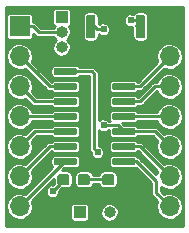
<source format=gtl>
G04 #@! TF.GenerationSoftware,KiCad,Pcbnew,(5.1.0-1419-g57928c41b)*
G04 #@! TF.CreationDate,2019-08-03T20:03:29-07:00*
G04 #@! TF.ProjectId,attiny1614,61747469-6e79-4313-9631-342e6b696361,1.2*
G04 #@! TF.SameCoordinates,Original*
G04 #@! TF.FileFunction,Copper,L1,Top*
G04 #@! TF.FilePolarity,Positive*
%FSLAX46Y46*%
G04 Gerber Fmt 4.6, Leading zero omitted, Abs format (unit mm)*
G04 Created by KiCad (PCBNEW (5.1.0-1419-g57928c41b)) date 2019-08-03 20:03:29*
%MOMM*%
%LPD*%
G04 APERTURE LIST*
%ADD10C,0.100000*%
%ADD11C,0.600000*%
%ADD12C,0.950000*%
%ADD13O,1.700000X1.700000*%
%ADD14R,1.700000X1.700000*%
%ADD15O,1.000000X1.000000*%
%ADD16R,1.000000X1.000000*%
%ADD17C,0.800000*%
%ADD18C,0.609600*%
%ADD19C,0.254000*%
G04 APERTURE END LIST*
D10*
G36*
X133913403Y-85817418D02*
G01*
X133962066Y-85849934D01*
X133994582Y-85898597D01*
X134006000Y-85956000D01*
X134006000Y-86256000D01*
X133994582Y-86313403D01*
X133962066Y-86362066D01*
X133913403Y-86394582D01*
X133856000Y-86406000D01*
X132206000Y-86406000D01*
X132148597Y-86394582D01*
X132099934Y-86362066D01*
X132067418Y-86313403D01*
X132056000Y-86256000D01*
X132056000Y-85956000D01*
X132067418Y-85898597D01*
X132099934Y-85849934D01*
X132148597Y-85817418D01*
X132206000Y-85806000D01*
X133856000Y-85806000D01*
X133913403Y-85817418D01*
X133913403Y-85817418D01*
G37*
D11*
X133031000Y-86106000D03*
D10*
G36*
X133913403Y-87087418D02*
G01*
X133962066Y-87119934D01*
X133994582Y-87168597D01*
X134006000Y-87226000D01*
X134006000Y-87526000D01*
X133994582Y-87583403D01*
X133962066Y-87632066D01*
X133913403Y-87664582D01*
X133856000Y-87676000D01*
X132206000Y-87676000D01*
X132148597Y-87664582D01*
X132099934Y-87632066D01*
X132067418Y-87583403D01*
X132056000Y-87526000D01*
X132056000Y-87226000D01*
X132067418Y-87168597D01*
X132099934Y-87119934D01*
X132148597Y-87087418D01*
X132206000Y-87076000D01*
X133856000Y-87076000D01*
X133913403Y-87087418D01*
X133913403Y-87087418D01*
G37*
D11*
X133031000Y-87376000D03*
D10*
G36*
X133913403Y-88357418D02*
G01*
X133962066Y-88389934D01*
X133994582Y-88438597D01*
X134006000Y-88496000D01*
X134006000Y-88796000D01*
X133994582Y-88853403D01*
X133962066Y-88902066D01*
X133913403Y-88934582D01*
X133856000Y-88946000D01*
X132206000Y-88946000D01*
X132148597Y-88934582D01*
X132099934Y-88902066D01*
X132067418Y-88853403D01*
X132056000Y-88796000D01*
X132056000Y-88496000D01*
X132067418Y-88438597D01*
X132099934Y-88389934D01*
X132148597Y-88357418D01*
X132206000Y-88346000D01*
X133856000Y-88346000D01*
X133913403Y-88357418D01*
X133913403Y-88357418D01*
G37*
D11*
X133031000Y-88646000D03*
D10*
G36*
X133913403Y-89627418D02*
G01*
X133962066Y-89659934D01*
X133994582Y-89708597D01*
X134006000Y-89766000D01*
X134006000Y-90066000D01*
X133994582Y-90123403D01*
X133962066Y-90172066D01*
X133913403Y-90204582D01*
X133856000Y-90216000D01*
X132206000Y-90216000D01*
X132148597Y-90204582D01*
X132099934Y-90172066D01*
X132067418Y-90123403D01*
X132056000Y-90066000D01*
X132056000Y-89766000D01*
X132067418Y-89708597D01*
X132099934Y-89659934D01*
X132148597Y-89627418D01*
X132206000Y-89616000D01*
X133856000Y-89616000D01*
X133913403Y-89627418D01*
X133913403Y-89627418D01*
G37*
D11*
X133031000Y-89916000D03*
D10*
G36*
X133913403Y-90897418D02*
G01*
X133962066Y-90929934D01*
X133994582Y-90978597D01*
X134006000Y-91036000D01*
X134006000Y-91336000D01*
X133994582Y-91393403D01*
X133962066Y-91442066D01*
X133913403Y-91474582D01*
X133856000Y-91486000D01*
X132206000Y-91486000D01*
X132148597Y-91474582D01*
X132099934Y-91442066D01*
X132067418Y-91393403D01*
X132056000Y-91336000D01*
X132056000Y-91036000D01*
X132067418Y-90978597D01*
X132099934Y-90929934D01*
X132148597Y-90897418D01*
X132206000Y-90886000D01*
X133856000Y-90886000D01*
X133913403Y-90897418D01*
X133913403Y-90897418D01*
G37*
D11*
X133031000Y-91186000D03*
D10*
G36*
X133913403Y-92167418D02*
G01*
X133962066Y-92199934D01*
X133994582Y-92248597D01*
X134006000Y-92306000D01*
X134006000Y-92606000D01*
X133994582Y-92663403D01*
X133962066Y-92712066D01*
X133913403Y-92744582D01*
X133856000Y-92756000D01*
X132206000Y-92756000D01*
X132148597Y-92744582D01*
X132099934Y-92712066D01*
X132067418Y-92663403D01*
X132056000Y-92606000D01*
X132056000Y-92306000D01*
X132067418Y-92248597D01*
X132099934Y-92199934D01*
X132148597Y-92167418D01*
X132206000Y-92156000D01*
X133856000Y-92156000D01*
X133913403Y-92167418D01*
X133913403Y-92167418D01*
G37*
D11*
X133031000Y-92456000D03*
D10*
G36*
X133913403Y-93437418D02*
G01*
X133962066Y-93469934D01*
X133994582Y-93518597D01*
X134006000Y-93576000D01*
X134006000Y-93876000D01*
X133994582Y-93933403D01*
X133962066Y-93982066D01*
X133913403Y-94014582D01*
X133856000Y-94026000D01*
X132206000Y-94026000D01*
X132148597Y-94014582D01*
X132099934Y-93982066D01*
X132067418Y-93933403D01*
X132056000Y-93876000D01*
X132056000Y-93576000D01*
X132067418Y-93518597D01*
X132099934Y-93469934D01*
X132148597Y-93437418D01*
X132206000Y-93426000D01*
X133856000Y-93426000D01*
X133913403Y-93437418D01*
X133913403Y-93437418D01*
G37*
D11*
X133031000Y-93726000D03*
D10*
G36*
X128963403Y-93437418D02*
G01*
X129012066Y-93469934D01*
X129044582Y-93518597D01*
X129056000Y-93576000D01*
X129056000Y-93876000D01*
X129044582Y-93933403D01*
X129012066Y-93982066D01*
X128963403Y-94014582D01*
X128906000Y-94026000D01*
X127256000Y-94026000D01*
X127198597Y-94014582D01*
X127149934Y-93982066D01*
X127117418Y-93933403D01*
X127106000Y-93876000D01*
X127106000Y-93576000D01*
X127117418Y-93518597D01*
X127149934Y-93469934D01*
X127198597Y-93437418D01*
X127256000Y-93426000D01*
X128906000Y-93426000D01*
X128963403Y-93437418D01*
X128963403Y-93437418D01*
G37*
D11*
X128081000Y-93726000D03*
D10*
G36*
X128963403Y-92167418D02*
G01*
X129012066Y-92199934D01*
X129044582Y-92248597D01*
X129056000Y-92306000D01*
X129056000Y-92606000D01*
X129044582Y-92663403D01*
X129012066Y-92712066D01*
X128963403Y-92744582D01*
X128906000Y-92756000D01*
X127256000Y-92756000D01*
X127198597Y-92744582D01*
X127149934Y-92712066D01*
X127117418Y-92663403D01*
X127106000Y-92606000D01*
X127106000Y-92306000D01*
X127117418Y-92248597D01*
X127149934Y-92199934D01*
X127198597Y-92167418D01*
X127256000Y-92156000D01*
X128906000Y-92156000D01*
X128963403Y-92167418D01*
X128963403Y-92167418D01*
G37*
D11*
X128081000Y-92456000D03*
D10*
G36*
X128963403Y-90897418D02*
G01*
X129012066Y-90929934D01*
X129044582Y-90978597D01*
X129056000Y-91036000D01*
X129056000Y-91336000D01*
X129044582Y-91393403D01*
X129012066Y-91442066D01*
X128963403Y-91474582D01*
X128906000Y-91486000D01*
X127256000Y-91486000D01*
X127198597Y-91474582D01*
X127149934Y-91442066D01*
X127117418Y-91393403D01*
X127106000Y-91336000D01*
X127106000Y-91036000D01*
X127117418Y-90978597D01*
X127149934Y-90929934D01*
X127198597Y-90897418D01*
X127256000Y-90886000D01*
X128906000Y-90886000D01*
X128963403Y-90897418D01*
X128963403Y-90897418D01*
G37*
D11*
X128081000Y-91186000D03*
D10*
G36*
X128963403Y-89627418D02*
G01*
X129012066Y-89659934D01*
X129044582Y-89708597D01*
X129056000Y-89766000D01*
X129056000Y-90066000D01*
X129044582Y-90123403D01*
X129012066Y-90172066D01*
X128963403Y-90204582D01*
X128906000Y-90216000D01*
X127256000Y-90216000D01*
X127198597Y-90204582D01*
X127149934Y-90172066D01*
X127117418Y-90123403D01*
X127106000Y-90066000D01*
X127106000Y-89766000D01*
X127117418Y-89708597D01*
X127149934Y-89659934D01*
X127198597Y-89627418D01*
X127256000Y-89616000D01*
X128906000Y-89616000D01*
X128963403Y-89627418D01*
X128963403Y-89627418D01*
G37*
D11*
X128081000Y-89916000D03*
D10*
G36*
X128963403Y-88357418D02*
G01*
X129012066Y-88389934D01*
X129044582Y-88438597D01*
X129056000Y-88496000D01*
X129056000Y-88796000D01*
X129044582Y-88853403D01*
X129012066Y-88902066D01*
X128963403Y-88934582D01*
X128906000Y-88946000D01*
X127256000Y-88946000D01*
X127198597Y-88934582D01*
X127149934Y-88902066D01*
X127117418Y-88853403D01*
X127106000Y-88796000D01*
X127106000Y-88496000D01*
X127117418Y-88438597D01*
X127149934Y-88389934D01*
X127198597Y-88357418D01*
X127256000Y-88346000D01*
X128906000Y-88346000D01*
X128963403Y-88357418D01*
X128963403Y-88357418D01*
G37*
D11*
X128081000Y-88646000D03*
D10*
G36*
X128963403Y-87087418D02*
G01*
X129012066Y-87119934D01*
X129044582Y-87168597D01*
X129056000Y-87226000D01*
X129056000Y-87526000D01*
X129044582Y-87583403D01*
X129012066Y-87632066D01*
X128963403Y-87664582D01*
X128906000Y-87676000D01*
X127256000Y-87676000D01*
X127198597Y-87664582D01*
X127149934Y-87632066D01*
X127117418Y-87583403D01*
X127106000Y-87526000D01*
X127106000Y-87226000D01*
X127117418Y-87168597D01*
X127149934Y-87119934D01*
X127198597Y-87087418D01*
X127256000Y-87076000D01*
X128906000Y-87076000D01*
X128963403Y-87087418D01*
X128963403Y-87087418D01*
G37*
D11*
X128081000Y-87376000D03*
D10*
G36*
X128963403Y-85817418D02*
G01*
X129012066Y-85849934D01*
X129044582Y-85898597D01*
X129056000Y-85956000D01*
X129056000Y-86256000D01*
X129044582Y-86313403D01*
X129012066Y-86362066D01*
X128963403Y-86394582D01*
X128906000Y-86406000D01*
X127256000Y-86406000D01*
X127198597Y-86394582D01*
X127149934Y-86362066D01*
X127117418Y-86313403D01*
X127106000Y-86256000D01*
X127106000Y-85956000D01*
X127117418Y-85898597D01*
X127149934Y-85849934D01*
X127198597Y-85817418D01*
X127256000Y-85806000D01*
X128906000Y-85806000D01*
X128963403Y-85817418D01*
X128963403Y-85817418D01*
G37*
D11*
X128081000Y-86106000D03*
D10*
G36*
X128281387Y-94793079D02*
G01*
X128358438Y-94844562D01*
X128409921Y-94921613D01*
X128428000Y-95012500D01*
X128428000Y-95487500D01*
X128409921Y-95578387D01*
X128358438Y-95655438D01*
X128281387Y-95706921D01*
X128190500Y-95725000D01*
X127615500Y-95725000D01*
X127524613Y-95706921D01*
X127447562Y-95655438D01*
X127396079Y-95578387D01*
X127378000Y-95487500D01*
X127378000Y-95012500D01*
X127396079Y-94921613D01*
X127447562Y-94844562D01*
X127524613Y-94793079D01*
X127615500Y-94775000D01*
X128190500Y-94775000D01*
X128281387Y-94793079D01*
X128281387Y-94793079D01*
G37*
D12*
X127903000Y-95250000D03*
D10*
G36*
X130031387Y-94793079D02*
G01*
X130108438Y-94844562D01*
X130159921Y-94921613D01*
X130178000Y-95012500D01*
X130178000Y-95487500D01*
X130159921Y-95578387D01*
X130108438Y-95655438D01*
X130031387Y-95706921D01*
X129940500Y-95725000D01*
X129365500Y-95725000D01*
X129274613Y-95706921D01*
X129197562Y-95655438D01*
X129146079Y-95578387D01*
X129128000Y-95487500D01*
X129128000Y-95012500D01*
X129146079Y-94921613D01*
X129197562Y-94844562D01*
X129274613Y-94793079D01*
X129365500Y-94775000D01*
X129940500Y-94775000D01*
X130031387Y-94793079D01*
X130031387Y-94793079D01*
G37*
D12*
X129653000Y-95250000D03*
D13*
X136906000Y-97536000D03*
X136906000Y-94996000D03*
X136906000Y-92456000D03*
X136906000Y-89916000D03*
X136906000Y-87376000D03*
X136906000Y-84836000D03*
D14*
X136906000Y-82296000D03*
D15*
X131826000Y-98044000D03*
X130556000Y-98044000D03*
D16*
X129286000Y-98044000D03*
D10*
G36*
X130510537Y-81311224D02*
G01*
X130575421Y-81354579D01*
X130618776Y-81419463D01*
X130634000Y-81496000D01*
X130634000Y-83096000D01*
X130618776Y-83172537D01*
X130575421Y-83237421D01*
X130510537Y-83280776D01*
X130434000Y-83296000D01*
X130034000Y-83296000D01*
X129957463Y-83280776D01*
X129892579Y-83237421D01*
X129849224Y-83172537D01*
X129834000Y-83096000D01*
X129834000Y-81496000D01*
X129849224Y-81419463D01*
X129892579Y-81354579D01*
X129957463Y-81311224D01*
X130034000Y-81296000D01*
X130434000Y-81296000D01*
X130510537Y-81311224D01*
X130510537Y-81311224D01*
G37*
D17*
X130234000Y-82296000D03*
D10*
G36*
X134710537Y-81311224D02*
G01*
X134775421Y-81354579D01*
X134818776Y-81419463D01*
X134834000Y-81496000D01*
X134834000Y-83096000D01*
X134818776Y-83172537D01*
X134775421Y-83237421D01*
X134710537Y-83280776D01*
X134634000Y-83296000D01*
X134234000Y-83296000D01*
X134157463Y-83280776D01*
X134092579Y-83237421D01*
X134049224Y-83172537D01*
X134034000Y-83096000D01*
X134034000Y-81496000D01*
X134049224Y-81419463D01*
X134092579Y-81354579D01*
X134157463Y-81311224D01*
X134234000Y-81296000D01*
X134634000Y-81296000D01*
X134710537Y-81311224D01*
X134710537Y-81311224D01*
G37*
D17*
X134434000Y-82296000D03*
D10*
G36*
X133841387Y-94793079D02*
G01*
X133918438Y-94844562D01*
X133969921Y-94921613D01*
X133988000Y-95012500D01*
X133988000Y-95487500D01*
X133969921Y-95578387D01*
X133918438Y-95655438D01*
X133841387Y-95706921D01*
X133750500Y-95725000D01*
X133175500Y-95725000D01*
X133084613Y-95706921D01*
X133007562Y-95655438D01*
X132956079Y-95578387D01*
X132938000Y-95487500D01*
X132938000Y-95012500D01*
X132956079Y-94921613D01*
X133007562Y-94844562D01*
X133084613Y-94793079D01*
X133175500Y-94775000D01*
X133750500Y-94775000D01*
X133841387Y-94793079D01*
X133841387Y-94793079D01*
G37*
D12*
X133463000Y-95250000D03*
D10*
G36*
X132091387Y-94793079D02*
G01*
X132168438Y-94844562D01*
X132219921Y-94921613D01*
X132238000Y-95012500D01*
X132238000Y-95487500D01*
X132219921Y-95578387D01*
X132168438Y-95655438D01*
X132091387Y-95706921D01*
X132000500Y-95725000D01*
X131425500Y-95725000D01*
X131334613Y-95706921D01*
X131257562Y-95655438D01*
X131206079Y-95578387D01*
X131188000Y-95487500D01*
X131188000Y-95012500D01*
X131206079Y-94921613D01*
X131257562Y-94844562D01*
X131334613Y-94793079D01*
X131425500Y-94775000D01*
X132000500Y-94775000D01*
X132091387Y-94793079D01*
X132091387Y-94793079D01*
G37*
D12*
X131713000Y-95250000D03*
D15*
X127762000Y-84074000D03*
X127762000Y-82804000D03*
D16*
X127762000Y-81534000D03*
D13*
X124206000Y-97536000D03*
X124206000Y-94996000D03*
X124206000Y-92456000D03*
X124206000Y-89916000D03*
X124206000Y-87376000D03*
X124206000Y-84836000D03*
D14*
X124206000Y-82296000D03*
D18*
X131318000Y-82550000D03*
X127000000Y-96266000D03*
X133604000Y-81788000D03*
X131318000Y-90678000D03*
X130810000Y-92964000D03*
D19*
X131318000Y-82550000D02*
X130742000Y-82550000D01*
X130742000Y-82550000D02*
X130234000Y-82042000D01*
X131713000Y-95250000D02*
X129399000Y-95250000D01*
X127649000Y-95617000D02*
X127000000Y-96266000D01*
X124206000Y-92456000D02*
X125476000Y-91186000D01*
X125476000Y-91186000D02*
X128086000Y-91186000D01*
X124206000Y-89916000D02*
X128086000Y-89916000D01*
X124206000Y-87376000D02*
X125476000Y-88646000D01*
X125476000Y-88646000D02*
X128086000Y-88646000D01*
X124206000Y-84836000D02*
X126746000Y-87376000D01*
X126746000Y-87376000D02*
X128086000Y-87376000D01*
X124206000Y-82296000D02*
X125310000Y-82296000D01*
X125310000Y-82296000D02*
X125818000Y-82804000D01*
X125818000Y-82804000D02*
X127762000Y-82804000D01*
X126746000Y-92456000D02*
X128081000Y-92456000D01*
X124206000Y-94996000D02*
X126746000Y-92456000D01*
X128016000Y-93726000D02*
X128081000Y-93726000D01*
X124206000Y-97536000D02*
X128016000Y-93726000D01*
X134106000Y-93726000D02*
X133031000Y-93726000D01*
X135776599Y-95396599D02*
X134106000Y-93726000D01*
X135776599Y-96406599D02*
X135776599Y-95396599D01*
X136906000Y-97536000D02*
X135776599Y-96406599D01*
X134366000Y-92456000D02*
X133031000Y-92456000D01*
X136906000Y-94996000D02*
X134366000Y-92456000D01*
X136906000Y-89916000D02*
X133031000Y-89916000D01*
X134106000Y-88646000D02*
X133031000Y-88646000D01*
X134433919Y-88646000D02*
X134106000Y-88646000D01*
X135703919Y-87376000D02*
X134433919Y-88646000D01*
X136906000Y-87376000D02*
X135703919Y-87376000D01*
X134366000Y-87376000D02*
X133031000Y-87376000D01*
X136906000Y-84836000D02*
X134366000Y-87376000D01*
X134434000Y-82042000D02*
X134180000Y-81788000D01*
X134180000Y-81788000D02*
X134035052Y-81788000D01*
X134035052Y-81788000D02*
X133604000Y-81788000D01*
X132523000Y-90678000D02*
X133031000Y-91186000D01*
X131318000Y-90678000D02*
X132523000Y-90678000D01*
X135636000Y-91186000D02*
X136906000Y-92456000D01*
X133031000Y-91186000D02*
X135636000Y-91186000D01*
X130302000Y-86106000D02*
X130505201Y-86309201D01*
X130505201Y-86309201D02*
X130505201Y-92659201D01*
X130505201Y-92659201D02*
X130810000Y-92964000D01*
X128086000Y-86106000D02*
X130302000Y-86106000D01*
G36*
X123062000Y-92511407D02*
G01*
X123073137Y-92511407D01*
X123107417Y-92738068D01*
X123186572Y-92953208D01*
X123307372Y-93148037D01*
X123464879Y-93314597D01*
X123652661Y-93446083D01*
X123866114Y-93538452D01*
X124162916Y-93584400D01*
X124263272Y-93584400D01*
X124434066Y-93567052D01*
X124652816Y-93498499D01*
X124853313Y-93387361D01*
X125027368Y-93238178D01*
X125167871Y-93057043D01*
X125269081Y-92851356D01*
X125326865Y-92629519D01*
X125338863Y-92400593D01*
X125304583Y-92173932D01*
X125239173Y-91996149D01*
X125643923Y-91591400D01*
X126916323Y-91591400D01*
X126950079Y-91641921D01*
X127091785Y-91736605D01*
X127246528Y-91767386D01*
X128915472Y-91767386D01*
X129070215Y-91736605D01*
X129211921Y-91641921D01*
X129306605Y-91500215D01*
X129337386Y-91345472D01*
X129337386Y-91026528D01*
X129306605Y-90871785D01*
X129211921Y-90730079D01*
X129070215Y-90635395D01*
X128915472Y-90604614D01*
X127246528Y-90604614D01*
X127091785Y-90635395D01*
X126950079Y-90730079D01*
X126916323Y-90780600D01*
X125545135Y-90780600D01*
X125523072Y-90772852D01*
X125453447Y-90780600D01*
X125430313Y-90780600D01*
X125408280Y-90785626D01*
X125339191Y-90793314D01*
X125318971Y-90805998D01*
X125295676Y-90811312D01*
X125240826Y-90855020D01*
X125221593Y-90867085D01*
X125205541Y-90883137D01*
X125151027Y-90926577D01*
X125140707Y-90947972D01*
X124664013Y-91424666D01*
X124545886Y-91373548D01*
X124249084Y-91327600D01*
X124148728Y-91327600D01*
X123977934Y-91344948D01*
X123759184Y-91413501D01*
X123558687Y-91524639D01*
X123384632Y-91673822D01*
X123244129Y-91854957D01*
X123142919Y-92060644D01*
X123085135Y-92282481D01*
X123073137Y-92511407D01*
X123062000Y-92511407D01*
X123062000Y-89971407D01*
X123073137Y-89971407D01*
X123107417Y-90198068D01*
X123186572Y-90413208D01*
X123307372Y-90608037D01*
X123464879Y-90774597D01*
X123652661Y-90906083D01*
X123866114Y-90998452D01*
X124162916Y-91044400D01*
X124263272Y-91044400D01*
X124434066Y-91027052D01*
X124652816Y-90958499D01*
X124853313Y-90847361D01*
X125027368Y-90698178D01*
X125167871Y-90517043D01*
X125264139Y-90321400D01*
X126916323Y-90321400D01*
X126950079Y-90371921D01*
X127091785Y-90466605D01*
X127246528Y-90497386D01*
X128915472Y-90497386D01*
X129070215Y-90466605D01*
X129211921Y-90371921D01*
X129306605Y-90230215D01*
X129337386Y-90075472D01*
X129337386Y-89756528D01*
X129306605Y-89601785D01*
X129211921Y-89460079D01*
X129070215Y-89365395D01*
X128915472Y-89334614D01*
X127246528Y-89334614D01*
X127091785Y-89365395D01*
X126950079Y-89460079D01*
X126916323Y-89510600D01*
X125259206Y-89510600D01*
X125225428Y-89418792D01*
X125104628Y-89223963D01*
X124947121Y-89057403D01*
X124759339Y-88925917D01*
X124545886Y-88833548D01*
X124249084Y-88787600D01*
X124148728Y-88787600D01*
X123977934Y-88804948D01*
X123759184Y-88873501D01*
X123558687Y-88984639D01*
X123384632Y-89133822D01*
X123244129Y-89314957D01*
X123142919Y-89520644D01*
X123085135Y-89742481D01*
X123073137Y-89971407D01*
X123062000Y-89971407D01*
X123062000Y-87431407D01*
X123073137Y-87431407D01*
X123107417Y-87658068D01*
X123186572Y-87873208D01*
X123307372Y-88068037D01*
X123464879Y-88234597D01*
X123652661Y-88366083D01*
X123866114Y-88458452D01*
X124162916Y-88504400D01*
X124263272Y-88504400D01*
X124434066Y-88487052D01*
X124652816Y-88418499D01*
X124667202Y-88410525D01*
X125140452Y-88883775D01*
X125150574Y-88904854D01*
X125205290Y-88948612D01*
X125221644Y-88964967D01*
X125240776Y-88976991D01*
X125295066Y-89020409D01*
X125318337Y-89025738D01*
X125338563Y-89038451D01*
X125408244Y-89046329D01*
X125430384Y-89051400D01*
X125453094Y-89051400D01*
X125522350Y-89059230D01*
X125544772Y-89051400D01*
X126916323Y-89051400D01*
X126950079Y-89101921D01*
X127091785Y-89196605D01*
X127246528Y-89227386D01*
X128915472Y-89227386D01*
X129070215Y-89196605D01*
X129211921Y-89101921D01*
X129306605Y-88960215D01*
X129337386Y-88805472D01*
X129337386Y-88486528D01*
X129306605Y-88331785D01*
X129211921Y-88190079D01*
X129070215Y-88095395D01*
X128915472Y-88064614D01*
X127246528Y-88064614D01*
X127091785Y-88095395D01*
X126950079Y-88190079D01*
X126916323Y-88240600D01*
X125643921Y-88240600D01*
X125237948Y-87834627D01*
X125269081Y-87771356D01*
X125326865Y-87549519D01*
X125338863Y-87320593D01*
X125304583Y-87093932D01*
X125225428Y-86878792D01*
X125104628Y-86683963D01*
X124947121Y-86517403D01*
X124759339Y-86385917D01*
X124545886Y-86293548D01*
X124249084Y-86247600D01*
X124148728Y-86247600D01*
X123977934Y-86264948D01*
X123759184Y-86333501D01*
X123558687Y-86444639D01*
X123384632Y-86593822D01*
X123244129Y-86774957D01*
X123142919Y-86980644D01*
X123085135Y-87202481D01*
X123073137Y-87431407D01*
X123062000Y-87431407D01*
X123062000Y-84891407D01*
X123073137Y-84891407D01*
X123107417Y-85118068D01*
X123186572Y-85333208D01*
X123307372Y-85528037D01*
X123464879Y-85694597D01*
X123652661Y-85826083D01*
X123866114Y-85918452D01*
X124162916Y-85964400D01*
X124263272Y-85964400D01*
X124434066Y-85947052D01*
X124652817Y-85878499D01*
X124667203Y-85870524D01*
X126410452Y-87613775D01*
X126420574Y-87634854D01*
X126475290Y-87678612D01*
X126491644Y-87694967D01*
X126510776Y-87706991D01*
X126565066Y-87750409D01*
X126588336Y-87755738D01*
X126608564Y-87768452D01*
X126678238Y-87776328D01*
X126700383Y-87781400D01*
X126723100Y-87781400D01*
X126792349Y-87789229D01*
X126814770Y-87781400D01*
X126916323Y-87781400D01*
X126950079Y-87831921D01*
X127091785Y-87926605D01*
X127246528Y-87957386D01*
X128915472Y-87957386D01*
X129070215Y-87926605D01*
X129211921Y-87831921D01*
X129306605Y-87690215D01*
X129337386Y-87535472D01*
X129337386Y-87216528D01*
X129306605Y-87061785D01*
X129211921Y-86920079D01*
X129070215Y-86825395D01*
X128915472Y-86794614D01*
X127246528Y-86794614D01*
X127091785Y-86825395D01*
X126950079Y-86920079D01*
X126916323Y-86970600D01*
X126913921Y-86970600D01*
X125889849Y-85946528D01*
X126824614Y-85946528D01*
X126824614Y-86265472D01*
X126855395Y-86420215D01*
X126950079Y-86561921D01*
X127091785Y-86656605D01*
X127246528Y-86687386D01*
X128915472Y-86687386D01*
X129070215Y-86656605D01*
X129211921Y-86561921D01*
X129245677Y-86511400D01*
X130099801Y-86511400D01*
X130099802Y-92590063D01*
X130092053Y-92612128D01*
X130099802Y-92681762D01*
X130099802Y-92704887D01*
X130104826Y-92726909D01*
X130112515Y-92796009D01*
X130125202Y-92816233D01*
X130130515Y-92839525D01*
X130174221Y-92894375D01*
X130186287Y-92913607D01*
X130202338Y-92929658D01*
X130218191Y-92949553D01*
X130216759Y-92956752D01*
X130253924Y-93170802D01*
X130365655Y-93357123D01*
X130536970Y-93490728D01*
X130744896Y-93553703D01*
X130961553Y-93537603D01*
X131157886Y-93444586D01*
X131307572Y-93287126D01*
X131390818Y-93085653D01*
X131393617Y-92856573D01*
X131315317Y-92653126D01*
X131169525Y-92492057D01*
X130975521Y-92394271D01*
X130910601Y-92387849D01*
X130910601Y-92296528D01*
X130910601Y-91099936D01*
X131044970Y-91204728D01*
X131252896Y-91267703D01*
X131469553Y-91251603D01*
X131665886Y-91158586D01*
X131737360Y-91083400D01*
X131774614Y-91083400D01*
X131774614Y-91345472D01*
X131805395Y-91500215D01*
X131900079Y-91641921D01*
X132041785Y-91736605D01*
X132196528Y-91767386D01*
X133865472Y-91767386D01*
X134020215Y-91736605D01*
X134161921Y-91641921D01*
X134195677Y-91591400D01*
X135468079Y-91591400D01*
X135874052Y-91997373D01*
X135842919Y-92060644D01*
X135785135Y-92282481D01*
X135773137Y-92511407D01*
X135807417Y-92738068D01*
X135886572Y-92953208D01*
X136007372Y-93148037D01*
X136164879Y-93314597D01*
X136352661Y-93446083D01*
X136566114Y-93538452D01*
X136862916Y-93584400D01*
X136963272Y-93584400D01*
X137134066Y-93567052D01*
X137352816Y-93498499D01*
X137553313Y-93387361D01*
X137727368Y-93238178D01*
X137867871Y-93057043D01*
X137969081Y-92851356D01*
X138026865Y-92629519D01*
X138038863Y-92400593D01*
X138004583Y-92173932D01*
X137925428Y-91958792D01*
X137804628Y-91763963D01*
X137647121Y-91597403D01*
X137459339Y-91465917D01*
X137245886Y-91373548D01*
X136949084Y-91327600D01*
X136848728Y-91327600D01*
X136677934Y-91344948D01*
X136459183Y-91413501D01*
X136444796Y-91421476D01*
X135971550Y-90948230D01*
X135961426Y-90927146D01*
X135906700Y-90883380D01*
X135890356Y-90867035D01*
X135871230Y-90855014D01*
X135816935Y-90811593D01*
X135793662Y-90806262D01*
X135773433Y-90793549D01*
X135703753Y-90785670D01*
X135681615Y-90780600D01*
X135658907Y-90780600D01*
X135589650Y-90772769D01*
X135567227Y-90780600D01*
X134195677Y-90780600D01*
X134161921Y-90730079D01*
X134020215Y-90635395D01*
X133865472Y-90604614D01*
X133022934Y-90604614D01*
X132915706Y-90497386D01*
X133865472Y-90497386D01*
X134020215Y-90466605D01*
X134161921Y-90371921D01*
X134195677Y-90321400D01*
X135852794Y-90321400D01*
X135886572Y-90413208D01*
X136007372Y-90608037D01*
X136164879Y-90774597D01*
X136352661Y-90906083D01*
X136566114Y-90998452D01*
X136862916Y-91044400D01*
X136963272Y-91044400D01*
X137134066Y-91027052D01*
X137352816Y-90958499D01*
X137553313Y-90847361D01*
X137727368Y-90698178D01*
X137867871Y-90517043D01*
X137969081Y-90311356D01*
X138026865Y-90089519D01*
X138038863Y-89860593D01*
X138004583Y-89633932D01*
X137925428Y-89418792D01*
X137804628Y-89223963D01*
X137647121Y-89057403D01*
X137459339Y-88925917D01*
X137245886Y-88833548D01*
X136949084Y-88787600D01*
X136848728Y-88787600D01*
X136677934Y-88804948D01*
X136459184Y-88873501D01*
X136258687Y-88984639D01*
X136084632Y-89133822D01*
X135944129Y-89314957D01*
X135847861Y-89510600D01*
X134195677Y-89510600D01*
X134161921Y-89460079D01*
X134020215Y-89365395D01*
X133865472Y-89334614D01*
X132196528Y-89334614D01*
X132041785Y-89365395D01*
X131900079Y-89460079D01*
X131805395Y-89601785D01*
X131774614Y-89756528D01*
X131774614Y-90075472D01*
X131805395Y-90230215D01*
X131833715Y-90272600D01*
X131737756Y-90272600D01*
X131677524Y-90206057D01*
X131483521Y-90108271D01*
X131267323Y-90086883D01*
X131057920Y-90144759D01*
X130910601Y-90253968D01*
X130910601Y-88486528D01*
X131774614Y-88486528D01*
X131774614Y-88805472D01*
X131805395Y-88960215D01*
X131900079Y-89101921D01*
X132041785Y-89196605D01*
X132196528Y-89227386D01*
X133865472Y-89227386D01*
X134020215Y-89196605D01*
X134161921Y-89101921D01*
X134195677Y-89051400D01*
X134364784Y-89051400D01*
X134386847Y-89059148D01*
X134456471Y-89051400D01*
X134479606Y-89051400D01*
X134501639Y-89046374D01*
X134570727Y-89038686D01*
X134590947Y-89026001D01*
X134614242Y-89020688D01*
X134669099Y-88976976D01*
X134688325Y-88964915D01*
X134704369Y-88948870D01*
X134758892Y-88905423D01*
X134769212Y-88884028D01*
X135857917Y-87795325D01*
X135886572Y-87873208D01*
X136007372Y-88068037D01*
X136164879Y-88234597D01*
X136352661Y-88366083D01*
X136566114Y-88458452D01*
X136862916Y-88504400D01*
X136963272Y-88504400D01*
X137134066Y-88487052D01*
X137352816Y-88418499D01*
X137553313Y-88307361D01*
X137727368Y-88158178D01*
X137867871Y-87977043D01*
X137969081Y-87771356D01*
X138026865Y-87549519D01*
X138038863Y-87320593D01*
X138004583Y-87093932D01*
X137925428Y-86878792D01*
X137804628Y-86683963D01*
X137647121Y-86517403D01*
X137459339Y-86385917D01*
X137245886Y-86293548D01*
X136949084Y-86247600D01*
X136848728Y-86247600D01*
X136677934Y-86264948D01*
X136459184Y-86333501D01*
X136258687Y-86444639D01*
X136084632Y-86593822D01*
X135944129Y-86774957D01*
X135847861Y-86970600D01*
X135773054Y-86970600D01*
X135750991Y-86962852D01*
X135681366Y-86970600D01*
X135658232Y-86970600D01*
X135636199Y-86975626D01*
X135567110Y-86983314D01*
X135546890Y-86995998D01*
X135523595Y-87001312D01*
X135468745Y-87045020D01*
X135449512Y-87057085D01*
X135433460Y-87073137D01*
X135378946Y-87116577D01*
X135368626Y-87137972D01*
X134265999Y-88240600D01*
X134195677Y-88240600D01*
X134161921Y-88190079D01*
X134020215Y-88095395D01*
X133865472Y-88064614D01*
X132196528Y-88064614D01*
X132041785Y-88095395D01*
X131900079Y-88190079D01*
X131805395Y-88331785D01*
X131774614Y-88486528D01*
X130910601Y-88486528D01*
X130910601Y-87216528D01*
X131774614Y-87216528D01*
X131774614Y-87535472D01*
X131805395Y-87690215D01*
X131900079Y-87831921D01*
X132041785Y-87926605D01*
X132196528Y-87957386D01*
X133865472Y-87957386D01*
X134020215Y-87926605D01*
X134161921Y-87831921D01*
X134195677Y-87781400D01*
X134296865Y-87781400D01*
X134318928Y-87789148D01*
X134388552Y-87781400D01*
X134411687Y-87781400D01*
X134433720Y-87776374D01*
X134502808Y-87768686D01*
X134523028Y-87756001D01*
X134546323Y-87750688D01*
X134601180Y-87706976D01*
X134620406Y-87694915D01*
X134636450Y-87678870D01*
X134690973Y-87635423D01*
X134701293Y-87614028D01*
X136447988Y-85867335D01*
X136566114Y-85918452D01*
X136862916Y-85964400D01*
X136963272Y-85964400D01*
X137134066Y-85947052D01*
X137352816Y-85878499D01*
X137553313Y-85767361D01*
X137727368Y-85618178D01*
X137867871Y-85437043D01*
X137969081Y-85231356D01*
X138026865Y-85009519D01*
X138038863Y-84780593D01*
X138004583Y-84553932D01*
X137925428Y-84338792D01*
X137804628Y-84143963D01*
X137647121Y-83977403D01*
X137459339Y-83845917D01*
X137245886Y-83753548D01*
X136949084Y-83707600D01*
X136848728Y-83707600D01*
X136677934Y-83724948D01*
X136459184Y-83793501D01*
X136258687Y-83904639D01*
X136084632Y-84053822D01*
X135944129Y-84234957D01*
X135842919Y-84440644D01*
X135785135Y-84662481D01*
X135773137Y-84891407D01*
X135807417Y-85118068D01*
X135872828Y-85295851D01*
X134198080Y-86970600D01*
X134195677Y-86970600D01*
X134161921Y-86920079D01*
X134020215Y-86825395D01*
X133865472Y-86794614D01*
X132196528Y-86794614D01*
X132041785Y-86825395D01*
X131900079Y-86920079D01*
X131805395Y-87061785D01*
X131774614Y-87216528D01*
X130910601Y-87216528D01*
X130910601Y-86378337D01*
X130918349Y-86356274D01*
X130910601Y-86286649D01*
X130910601Y-86263515D01*
X130905574Y-86241477D01*
X130897887Y-86172395D01*
X130885203Y-86152175D01*
X130879889Y-86128877D01*
X130836183Y-86074029D01*
X130824119Y-86054796D01*
X130808060Y-86038738D01*
X130764623Y-85984226D01*
X130743228Y-85973907D01*
X130637549Y-85868228D01*
X130627424Y-85847144D01*
X130572700Y-85803379D01*
X130556356Y-85787035D01*
X130537230Y-85775014D01*
X130482935Y-85731593D01*
X130459662Y-85726262D01*
X130439433Y-85713549D01*
X130369753Y-85705670D01*
X130347615Y-85700600D01*
X130324907Y-85700600D01*
X130255650Y-85692769D01*
X130233227Y-85700600D01*
X129245677Y-85700600D01*
X129211921Y-85650079D01*
X129070215Y-85555395D01*
X128915472Y-85524614D01*
X127246528Y-85524614D01*
X127091785Y-85555395D01*
X126950079Y-85650079D01*
X126855395Y-85791785D01*
X126824614Y-85946528D01*
X125889849Y-85946528D01*
X125237948Y-85294627D01*
X125269081Y-85231356D01*
X125326865Y-85009519D01*
X125338863Y-84780593D01*
X125304583Y-84553932D01*
X125225428Y-84338792D01*
X125104628Y-84143963D01*
X124947121Y-83977403D01*
X124759339Y-83845917D01*
X124545886Y-83753548D01*
X124249084Y-83707600D01*
X124148728Y-83707600D01*
X123977934Y-83724948D01*
X123759184Y-83793501D01*
X123558687Y-83904639D01*
X123384632Y-84053822D01*
X123244129Y-84234957D01*
X123142919Y-84440644D01*
X123085135Y-84662481D01*
X123073137Y-84891407D01*
X123062000Y-84891407D01*
X123062000Y-81433590D01*
X123074614Y-81433590D01*
X123074614Y-83158410D01*
X123093753Y-83254628D01*
X123155285Y-83346715D01*
X123247372Y-83408247D01*
X123343590Y-83427386D01*
X125068410Y-83427386D01*
X125164628Y-83408247D01*
X125256715Y-83346715D01*
X125318247Y-83254628D01*
X125337386Y-83158410D01*
X125337386Y-82896708D01*
X125482451Y-83041772D01*
X125492572Y-83062853D01*
X125547290Y-83106613D01*
X125563644Y-83122967D01*
X125582776Y-83134991D01*
X125637066Y-83178409D01*
X125660336Y-83183738D01*
X125680564Y-83196452D01*
X125750238Y-83204328D01*
X125772383Y-83209400D01*
X125795100Y-83209400D01*
X125864349Y-83217229D01*
X125886770Y-83209400D01*
X127097358Y-83209400D01*
X127157466Y-83304114D01*
X127300831Y-83438743D01*
X127307226Y-83442258D01*
X127224914Y-83502061D01*
X127099552Y-83653597D01*
X127015814Y-83831549D01*
X126978962Y-84024735D01*
X126991311Y-84221016D01*
X127052085Y-84408061D01*
X127157466Y-84574114D01*
X127300831Y-84708743D01*
X127476714Y-84805436D01*
X127722908Y-84852400D01*
X127810971Y-84852400D01*
X127957119Y-84833937D01*
X128139977Y-84761538D01*
X128299086Y-84645939D01*
X128424448Y-84494403D01*
X128508186Y-84316451D01*
X128545038Y-84123265D01*
X128532689Y-83926984D01*
X128471915Y-83739939D01*
X128366534Y-83573886D01*
X128223169Y-83439257D01*
X128216774Y-83435742D01*
X128299086Y-83375939D01*
X128424448Y-83224403D01*
X128508186Y-83046451D01*
X128545038Y-82853265D01*
X128532689Y-82656984D01*
X128471915Y-82469939D01*
X128366534Y-82303886D01*
X128360537Y-82298254D01*
X128370628Y-82296247D01*
X128462715Y-82234715D01*
X128524247Y-82142628D01*
X128543386Y-82046410D01*
X128543386Y-81487508D01*
X129552614Y-81487508D01*
X129552614Y-83104492D01*
X129587275Y-83278745D01*
X129693011Y-83436989D01*
X129851255Y-83542725D01*
X130025508Y-83577386D01*
X130442492Y-83577386D01*
X130616745Y-83542725D01*
X130774989Y-83436989D01*
X130880725Y-83278745D01*
X130915386Y-83104492D01*
X130915386Y-82975668D01*
X131044970Y-83076728D01*
X131252896Y-83139703D01*
X131469553Y-83123603D01*
X131665886Y-83030586D01*
X131815572Y-82873126D01*
X131898818Y-82671653D01*
X131901617Y-82442573D01*
X131823317Y-82239126D01*
X131677525Y-82078057D01*
X131483521Y-81980271D01*
X131267323Y-81958883D01*
X131057920Y-82016759D01*
X130915386Y-82122421D01*
X130915386Y-81780752D01*
X133010759Y-81780752D01*
X133047924Y-81994802D01*
X133159655Y-82181123D01*
X133330970Y-82314728D01*
X133538896Y-82377703D01*
X133752614Y-82361821D01*
X133752614Y-83104492D01*
X133787275Y-83278745D01*
X133893011Y-83436989D01*
X134051255Y-83542725D01*
X134225508Y-83577386D01*
X134642492Y-83577386D01*
X134816745Y-83542725D01*
X134974989Y-83436989D01*
X135080725Y-83278745D01*
X135115386Y-83104492D01*
X135115386Y-81487508D01*
X135080725Y-81313255D01*
X134974989Y-81155011D01*
X134816745Y-81049275D01*
X134642492Y-81014614D01*
X134225508Y-81014614D01*
X134051255Y-81049275D01*
X133893011Y-81155011D01*
X133830279Y-81248896D01*
X133769521Y-81218271D01*
X133553323Y-81196883D01*
X133343920Y-81254759D01*
X133169392Y-81384138D01*
X133053143Y-81567673D01*
X133010759Y-81780752D01*
X130915386Y-81780752D01*
X130915386Y-81487508D01*
X130880725Y-81313255D01*
X130774989Y-81155011D01*
X130616745Y-81049275D01*
X130442492Y-81014614D01*
X130025508Y-81014614D01*
X129851255Y-81049275D01*
X129693011Y-81155011D01*
X129587275Y-81313255D01*
X129552614Y-81487508D01*
X128543386Y-81487508D01*
X128543386Y-81021590D01*
X128524247Y-80925372D01*
X128462715Y-80833285D01*
X128370628Y-80771753D01*
X128274410Y-80752614D01*
X127249590Y-80752614D01*
X127153372Y-80771753D01*
X127061285Y-80833285D01*
X126999753Y-80925372D01*
X126980614Y-81021590D01*
X126980614Y-82046410D01*
X126999753Y-82142628D01*
X127061285Y-82234715D01*
X127153372Y-82296247D01*
X127169209Y-82299397D01*
X127099552Y-82383598D01*
X127092493Y-82398600D01*
X125985922Y-82398600D01*
X125645549Y-82058228D01*
X125635426Y-82037146D01*
X125580700Y-81993380D01*
X125564356Y-81977035D01*
X125545230Y-81965014D01*
X125490935Y-81921593D01*
X125467662Y-81916262D01*
X125447433Y-81903549D01*
X125377753Y-81895670D01*
X125355615Y-81890600D01*
X125337386Y-81890600D01*
X125337386Y-81433590D01*
X125318247Y-81337372D01*
X125256715Y-81245285D01*
X125164628Y-81183753D01*
X125068410Y-81164614D01*
X123343590Y-81164614D01*
X123247372Y-81183753D01*
X123155285Y-81245285D01*
X123093753Y-81337372D01*
X123074614Y-81433590D01*
X123062000Y-81433590D01*
X123062000Y-80644000D01*
X138050000Y-80644000D01*
X138050000Y-99188000D01*
X123062000Y-99188000D01*
X123062000Y-97591407D01*
X123073137Y-97591407D01*
X123107417Y-97818068D01*
X123186572Y-98033208D01*
X123307372Y-98228037D01*
X123464879Y-98394597D01*
X123652661Y-98526083D01*
X123866114Y-98618452D01*
X124162916Y-98664400D01*
X124263272Y-98664400D01*
X124434066Y-98647052D01*
X124652816Y-98578499D01*
X124853313Y-98467361D01*
X125027368Y-98318178D01*
X125167871Y-98137043D01*
X125269081Y-97931356D01*
X125326865Y-97709519D01*
X125336190Y-97531590D01*
X128504614Y-97531590D01*
X128504614Y-98556410D01*
X128523753Y-98652628D01*
X128585285Y-98744715D01*
X128677372Y-98806247D01*
X128773590Y-98825386D01*
X129798410Y-98825386D01*
X129894628Y-98806247D01*
X129986715Y-98744715D01*
X130048247Y-98652628D01*
X130067386Y-98556410D01*
X130067386Y-97994735D01*
X131042962Y-97994735D01*
X131055311Y-98191016D01*
X131116085Y-98378061D01*
X131221466Y-98544114D01*
X131364831Y-98678743D01*
X131540714Y-98775436D01*
X131786908Y-98822400D01*
X131874971Y-98822400D01*
X132021119Y-98803937D01*
X132203977Y-98731538D01*
X132363086Y-98615939D01*
X132488448Y-98464403D01*
X132572186Y-98286451D01*
X132609038Y-98093265D01*
X132596689Y-97896984D01*
X132535915Y-97709939D01*
X132430534Y-97543886D01*
X132287169Y-97409257D01*
X132111286Y-97312564D01*
X131865092Y-97265600D01*
X131777029Y-97265600D01*
X131630881Y-97284063D01*
X131448023Y-97356462D01*
X131288914Y-97472061D01*
X131163552Y-97623597D01*
X131079814Y-97801549D01*
X131042962Y-97994735D01*
X130067386Y-97994735D01*
X130067386Y-97531590D01*
X130048247Y-97435372D01*
X129986715Y-97343285D01*
X129894628Y-97281753D01*
X129798410Y-97262614D01*
X128773590Y-97262614D01*
X128677372Y-97281753D01*
X128585285Y-97343285D01*
X128523753Y-97435372D01*
X128504614Y-97531590D01*
X125336190Y-97531590D01*
X125338863Y-97480593D01*
X125304583Y-97253932D01*
X125239172Y-97076148D01*
X127096614Y-95218707D01*
X127096614Y-95495257D01*
X127113339Y-95579340D01*
X127011632Y-95681047D01*
X126949323Y-95674883D01*
X126739920Y-95732759D01*
X126565392Y-95862138D01*
X126449143Y-96045673D01*
X126406759Y-96258752D01*
X126443924Y-96472802D01*
X126555655Y-96659123D01*
X126726970Y-96792728D01*
X126934896Y-96855703D01*
X127151553Y-96839603D01*
X127347886Y-96746586D01*
X127497572Y-96589126D01*
X127580818Y-96387653D01*
X127582416Y-96256905D01*
X127832935Y-96006386D01*
X128198257Y-96006386D01*
X128387142Y-95968814D01*
X128557791Y-95854791D01*
X128671814Y-95684142D01*
X128709386Y-95495257D01*
X128709386Y-95004743D01*
X128846614Y-95004743D01*
X128846614Y-95495257D01*
X128884186Y-95684142D01*
X128998209Y-95854791D01*
X129168858Y-95968814D01*
X129357743Y-96006386D01*
X129948257Y-96006386D01*
X130137142Y-95968814D01*
X130307791Y-95854791D01*
X130421814Y-95684142D01*
X130427531Y-95655400D01*
X130938469Y-95655400D01*
X130944186Y-95684142D01*
X131058209Y-95854791D01*
X131228858Y-95968814D01*
X131417743Y-96006386D01*
X132008257Y-96006386D01*
X132197142Y-95968814D01*
X132367791Y-95854791D01*
X132481814Y-95684142D01*
X132519386Y-95495257D01*
X132519386Y-95004743D01*
X132481814Y-94815858D01*
X132367791Y-94645209D01*
X132197142Y-94531186D01*
X132008257Y-94493614D01*
X131417743Y-94493614D01*
X131228858Y-94531186D01*
X131058209Y-94645209D01*
X130944186Y-94815858D01*
X130938469Y-94844600D01*
X130427531Y-94844600D01*
X130421814Y-94815858D01*
X130307791Y-94645209D01*
X130137142Y-94531186D01*
X129948257Y-94493614D01*
X129357743Y-94493614D01*
X129168858Y-94531186D01*
X128998209Y-94645209D01*
X128884186Y-94815858D01*
X128846614Y-95004743D01*
X128709386Y-95004743D01*
X128671814Y-94815858D01*
X128557791Y-94645209D01*
X128387142Y-94531186D01*
X128198257Y-94493614D01*
X127821707Y-94493614D01*
X128007935Y-94307386D01*
X128915472Y-94307386D01*
X129070215Y-94276605D01*
X129211921Y-94181921D01*
X129306605Y-94040215D01*
X129337386Y-93885472D01*
X129337386Y-93566528D01*
X131774614Y-93566528D01*
X131774614Y-93885472D01*
X131805395Y-94040215D01*
X131900079Y-94181921D01*
X132041785Y-94276605D01*
X132196528Y-94307386D01*
X133865472Y-94307386D01*
X134020215Y-94276605D01*
X134058023Y-94251343D01*
X135371200Y-95564521D01*
X135371199Y-96337464D01*
X135363451Y-96359527D01*
X135371199Y-96429151D01*
X135371199Y-96452285D01*
X135376226Y-96474320D01*
X135383913Y-96543407D01*
X135396598Y-96563627D01*
X135401911Y-96586921D01*
X135445616Y-96641769D01*
X135457684Y-96661005D01*
X135473729Y-96677050D01*
X135517175Y-96731572D01*
X135538571Y-96741892D01*
X135874052Y-97077373D01*
X135842919Y-97140644D01*
X135785135Y-97362481D01*
X135773137Y-97591407D01*
X135807417Y-97818068D01*
X135886572Y-98033208D01*
X136007372Y-98228037D01*
X136164879Y-98394597D01*
X136352661Y-98526083D01*
X136566114Y-98618452D01*
X136862916Y-98664400D01*
X136963272Y-98664400D01*
X137134066Y-98647052D01*
X137352816Y-98578499D01*
X137553313Y-98467361D01*
X137727368Y-98318178D01*
X137867871Y-98137043D01*
X137969081Y-97931356D01*
X138026865Y-97709519D01*
X138038863Y-97480593D01*
X138004583Y-97253932D01*
X137925428Y-97038792D01*
X137804628Y-96843963D01*
X137647121Y-96677403D01*
X137459339Y-96545917D01*
X137245886Y-96453548D01*
X136949084Y-96407600D01*
X136848728Y-96407600D01*
X136677934Y-96424948D01*
X136459183Y-96493501D01*
X136444796Y-96501476D01*
X136181999Y-96238679D01*
X136181999Y-95866585D01*
X136352661Y-95986083D01*
X136566114Y-96078452D01*
X136862916Y-96124400D01*
X136963272Y-96124400D01*
X137134066Y-96107052D01*
X137352816Y-96038499D01*
X137553313Y-95927361D01*
X137727368Y-95778178D01*
X137867871Y-95597043D01*
X137969081Y-95391356D01*
X138026865Y-95169519D01*
X138038863Y-94940593D01*
X138004583Y-94713932D01*
X137925428Y-94498792D01*
X137804628Y-94303963D01*
X137647121Y-94137403D01*
X137459339Y-94005917D01*
X137245886Y-93913548D01*
X136949084Y-93867600D01*
X136848728Y-93867600D01*
X136677934Y-93884948D01*
X136459183Y-93953501D01*
X136444796Y-93961476D01*
X134701550Y-92218230D01*
X134691426Y-92197146D01*
X134636700Y-92153380D01*
X134620356Y-92137035D01*
X134601230Y-92125014D01*
X134546935Y-92081593D01*
X134523662Y-92076262D01*
X134503433Y-92063549D01*
X134433753Y-92055670D01*
X134411615Y-92050600D01*
X134388907Y-92050600D01*
X134319650Y-92042769D01*
X134297227Y-92050600D01*
X134195677Y-92050600D01*
X134161921Y-92000079D01*
X134020215Y-91905395D01*
X133865472Y-91874614D01*
X132196528Y-91874614D01*
X132041785Y-91905395D01*
X131900079Y-92000079D01*
X131805395Y-92141785D01*
X131774614Y-92296528D01*
X131774614Y-92615472D01*
X131805395Y-92770215D01*
X131900079Y-92911921D01*
X132041785Y-93006605D01*
X132196528Y-93037386D01*
X133865472Y-93037386D01*
X134020215Y-93006605D01*
X134161921Y-92911921D01*
X134195677Y-92861400D01*
X134198080Y-92861400D01*
X135874052Y-94537373D01*
X135842919Y-94600644D01*
X135785135Y-94822481D01*
X135784670Y-94831348D01*
X134441549Y-93488228D01*
X134431426Y-93467146D01*
X134376700Y-93423380D01*
X134360356Y-93407035D01*
X134341230Y-93395014D01*
X134286935Y-93351593D01*
X134263662Y-93346262D01*
X134243433Y-93333549D01*
X134201134Y-93328766D01*
X134161921Y-93270079D01*
X134020215Y-93175395D01*
X133865472Y-93144614D01*
X132196528Y-93144614D01*
X132041785Y-93175395D01*
X131900079Y-93270079D01*
X131805395Y-93411785D01*
X131774614Y-93566528D01*
X129337386Y-93566528D01*
X129306605Y-93411785D01*
X129211921Y-93270079D01*
X129070215Y-93175395D01*
X128915472Y-93144614D01*
X127246528Y-93144614D01*
X127091785Y-93175395D01*
X126950079Y-93270079D01*
X126855395Y-93411785D01*
X126824614Y-93566528D01*
X126824614Y-93885472D01*
X126855395Y-94040215D01*
X126950079Y-94181921D01*
X126972067Y-94196612D01*
X124664013Y-96504666D01*
X124545886Y-96453548D01*
X124249084Y-96407600D01*
X124148728Y-96407600D01*
X123977934Y-96424948D01*
X123759184Y-96493501D01*
X123558687Y-96604639D01*
X123384632Y-96753822D01*
X123244129Y-96934957D01*
X123142919Y-97140644D01*
X123085135Y-97362481D01*
X123073137Y-97591407D01*
X123062000Y-97591407D01*
X123062000Y-95051407D01*
X123073137Y-95051407D01*
X123107417Y-95278068D01*
X123186572Y-95493208D01*
X123307372Y-95688037D01*
X123464879Y-95854597D01*
X123652661Y-95986083D01*
X123866114Y-96078452D01*
X124162916Y-96124400D01*
X124263272Y-96124400D01*
X124434066Y-96107052D01*
X124652816Y-96038499D01*
X124853313Y-95927361D01*
X125027368Y-95778178D01*
X125167871Y-95597043D01*
X125269081Y-95391356D01*
X125326865Y-95169519D01*
X125338863Y-94940593D01*
X125304583Y-94713932D01*
X125239172Y-94536149D01*
X126913922Y-92861400D01*
X126916323Y-92861400D01*
X126950079Y-92911921D01*
X127091785Y-93006605D01*
X127246528Y-93037386D01*
X128915472Y-93037386D01*
X129070215Y-93006605D01*
X129211921Y-92911921D01*
X129306605Y-92770215D01*
X129337386Y-92615472D01*
X129337386Y-92296528D01*
X129306605Y-92141785D01*
X129211921Y-92000079D01*
X129070215Y-91905395D01*
X128915472Y-91874614D01*
X127246528Y-91874614D01*
X127091785Y-91905395D01*
X126950079Y-92000079D01*
X126916323Y-92050600D01*
X126815135Y-92050600D01*
X126793072Y-92042852D01*
X126723447Y-92050600D01*
X126700313Y-92050600D01*
X126678280Y-92055626D01*
X126609191Y-92063314D01*
X126588971Y-92075998D01*
X126565676Y-92081312D01*
X126510826Y-92125020D01*
X126491593Y-92137085D01*
X126475541Y-92153137D01*
X126421027Y-92196577D01*
X126410707Y-92217972D01*
X124664013Y-93964666D01*
X124545886Y-93913548D01*
X124249084Y-93867600D01*
X124148728Y-93867600D01*
X123977934Y-93884948D01*
X123759184Y-93953501D01*
X123558687Y-94064639D01*
X123384632Y-94213822D01*
X123244129Y-94394957D01*
X123142919Y-94600644D01*
X123085135Y-94822481D01*
X123073137Y-95051407D01*
X123062000Y-95051407D01*
X123062000Y-92511407D01*
X123062000Y-92511407D01*
G37*
X123062000Y-92511407D02*
X123073137Y-92511407D01*
X123107417Y-92738068D01*
X123186572Y-92953208D01*
X123307372Y-93148037D01*
X123464879Y-93314597D01*
X123652661Y-93446083D01*
X123866114Y-93538452D01*
X124162916Y-93584400D01*
X124263272Y-93584400D01*
X124434066Y-93567052D01*
X124652816Y-93498499D01*
X124853313Y-93387361D01*
X125027368Y-93238178D01*
X125167871Y-93057043D01*
X125269081Y-92851356D01*
X125326865Y-92629519D01*
X125338863Y-92400593D01*
X125304583Y-92173932D01*
X125239173Y-91996149D01*
X125643923Y-91591400D01*
X126916323Y-91591400D01*
X126950079Y-91641921D01*
X127091785Y-91736605D01*
X127246528Y-91767386D01*
X128915472Y-91767386D01*
X129070215Y-91736605D01*
X129211921Y-91641921D01*
X129306605Y-91500215D01*
X129337386Y-91345472D01*
X129337386Y-91026528D01*
X129306605Y-90871785D01*
X129211921Y-90730079D01*
X129070215Y-90635395D01*
X128915472Y-90604614D01*
X127246528Y-90604614D01*
X127091785Y-90635395D01*
X126950079Y-90730079D01*
X126916323Y-90780600D01*
X125545135Y-90780600D01*
X125523072Y-90772852D01*
X125453447Y-90780600D01*
X125430313Y-90780600D01*
X125408280Y-90785626D01*
X125339191Y-90793314D01*
X125318971Y-90805998D01*
X125295676Y-90811312D01*
X125240826Y-90855020D01*
X125221593Y-90867085D01*
X125205541Y-90883137D01*
X125151027Y-90926577D01*
X125140707Y-90947972D01*
X124664013Y-91424666D01*
X124545886Y-91373548D01*
X124249084Y-91327600D01*
X124148728Y-91327600D01*
X123977934Y-91344948D01*
X123759184Y-91413501D01*
X123558687Y-91524639D01*
X123384632Y-91673822D01*
X123244129Y-91854957D01*
X123142919Y-92060644D01*
X123085135Y-92282481D01*
X123073137Y-92511407D01*
X123062000Y-92511407D01*
X123062000Y-89971407D01*
X123073137Y-89971407D01*
X123107417Y-90198068D01*
X123186572Y-90413208D01*
X123307372Y-90608037D01*
X123464879Y-90774597D01*
X123652661Y-90906083D01*
X123866114Y-90998452D01*
X124162916Y-91044400D01*
X124263272Y-91044400D01*
X124434066Y-91027052D01*
X124652816Y-90958499D01*
X124853313Y-90847361D01*
X125027368Y-90698178D01*
X125167871Y-90517043D01*
X125264139Y-90321400D01*
X126916323Y-90321400D01*
X126950079Y-90371921D01*
X127091785Y-90466605D01*
X127246528Y-90497386D01*
X128915472Y-90497386D01*
X129070215Y-90466605D01*
X129211921Y-90371921D01*
X129306605Y-90230215D01*
X129337386Y-90075472D01*
X129337386Y-89756528D01*
X129306605Y-89601785D01*
X129211921Y-89460079D01*
X129070215Y-89365395D01*
X128915472Y-89334614D01*
X127246528Y-89334614D01*
X127091785Y-89365395D01*
X126950079Y-89460079D01*
X126916323Y-89510600D01*
X125259206Y-89510600D01*
X125225428Y-89418792D01*
X125104628Y-89223963D01*
X124947121Y-89057403D01*
X124759339Y-88925917D01*
X124545886Y-88833548D01*
X124249084Y-88787600D01*
X124148728Y-88787600D01*
X123977934Y-88804948D01*
X123759184Y-88873501D01*
X123558687Y-88984639D01*
X123384632Y-89133822D01*
X123244129Y-89314957D01*
X123142919Y-89520644D01*
X123085135Y-89742481D01*
X123073137Y-89971407D01*
X123062000Y-89971407D01*
X123062000Y-87431407D01*
X123073137Y-87431407D01*
X123107417Y-87658068D01*
X123186572Y-87873208D01*
X123307372Y-88068037D01*
X123464879Y-88234597D01*
X123652661Y-88366083D01*
X123866114Y-88458452D01*
X124162916Y-88504400D01*
X124263272Y-88504400D01*
X124434066Y-88487052D01*
X124652816Y-88418499D01*
X124667202Y-88410525D01*
X125140452Y-88883775D01*
X125150574Y-88904854D01*
X125205290Y-88948612D01*
X125221644Y-88964967D01*
X125240776Y-88976991D01*
X125295066Y-89020409D01*
X125318337Y-89025738D01*
X125338563Y-89038451D01*
X125408244Y-89046329D01*
X125430384Y-89051400D01*
X125453094Y-89051400D01*
X125522350Y-89059230D01*
X125544772Y-89051400D01*
X126916323Y-89051400D01*
X126950079Y-89101921D01*
X127091785Y-89196605D01*
X127246528Y-89227386D01*
X128915472Y-89227386D01*
X129070215Y-89196605D01*
X129211921Y-89101921D01*
X129306605Y-88960215D01*
X129337386Y-88805472D01*
X129337386Y-88486528D01*
X129306605Y-88331785D01*
X129211921Y-88190079D01*
X129070215Y-88095395D01*
X128915472Y-88064614D01*
X127246528Y-88064614D01*
X127091785Y-88095395D01*
X126950079Y-88190079D01*
X126916323Y-88240600D01*
X125643921Y-88240600D01*
X125237948Y-87834627D01*
X125269081Y-87771356D01*
X125326865Y-87549519D01*
X125338863Y-87320593D01*
X125304583Y-87093932D01*
X125225428Y-86878792D01*
X125104628Y-86683963D01*
X124947121Y-86517403D01*
X124759339Y-86385917D01*
X124545886Y-86293548D01*
X124249084Y-86247600D01*
X124148728Y-86247600D01*
X123977934Y-86264948D01*
X123759184Y-86333501D01*
X123558687Y-86444639D01*
X123384632Y-86593822D01*
X123244129Y-86774957D01*
X123142919Y-86980644D01*
X123085135Y-87202481D01*
X123073137Y-87431407D01*
X123062000Y-87431407D01*
X123062000Y-84891407D01*
X123073137Y-84891407D01*
X123107417Y-85118068D01*
X123186572Y-85333208D01*
X123307372Y-85528037D01*
X123464879Y-85694597D01*
X123652661Y-85826083D01*
X123866114Y-85918452D01*
X124162916Y-85964400D01*
X124263272Y-85964400D01*
X124434066Y-85947052D01*
X124652817Y-85878499D01*
X124667203Y-85870524D01*
X126410452Y-87613775D01*
X126420574Y-87634854D01*
X126475290Y-87678612D01*
X126491644Y-87694967D01*
X126510776Y-87706991D01*
X126565066Y-87750409D01*
X126588336Y-87755738D01*
X126608564Y-87768452D01*
X126678238Y-87776328D01*
X126700383Y-87781400D01*
X126723100Y-87781400D01*
X126792349Y-87789229D01*
X126814770Y-87781400D01*
X126916323Y-87781400D01*
X126950079Y-87831921D01*
X127091785Y-87926605D01*
X127246528Y-87957386D01*
X128915472Y-87957386D01*
X129070215Y-87926605D01*
X129211921Y-87831921D01*
X129306605Y-87690215D01*
X129337386Y-87535472D01*
X129337386Y-87216528D01*
X129306605Y-87061785D01*
X129211921Y-86920079D01*
X129070215Y-86825395D01*
X128915472Y-86794614D01*
X127246528Y-86794614D01*
X127091785Y-86825395D01*
X126950079Y-86920079D01*
X126916323Y-86970600D01*
X126913921Y-86970600D01*
X125889849Y-85946528D01*
X126824614Y-85946528D01*
X126824614Y-86265472D01*
X126855395Y-86420215D01*
X126950079Y-86561921D01*
X127091785Y-86656605D01*
X127246528Y-86687386D01*
X128915472Y-86687386D01*
X129070215Y-86656605D01*
X129211921Y-86561921D01*
X129245677Y-86511400D01*
X130099801Y-86511400D01*
X130099802Y-92590063D01*
X130092053Y-92612128D01*
X130099802Y-92681762D01*
X130099802Y-92704887D01*
X130104826Y-92726909D01*
X130112515Y-92796009D01*
X130125202Y-92816233D01*
X130130515Y-92839525D01*
X130174221Y-92894375D01*
X130186287Y-92913607D01*
X130202338Y-92929658D01*
X130218191Y-92949553D01*
X130216759Y-92956752D01*
X130253924Y-93170802D01*
X130365655Y-93357123D01*
X130536970Y-93490728D01*
X130744896Y-93553703D01*
X130961553Y-93537603D01*
X131157886Y-93444586D01*
X131307572Y-93287126D01*
X131390818Y-93085653D01*
X131393617Y-92856573D01*
X131315317Y-92653126D01*
X131169525Y-92492057D01*
X130975521Y-92394271D01*
X130910601Y-92387849D01*
X130910601Y-92296528D01*
X130910601Y-91099936D01*
X131044970Y-91204728D01*
X131252896Y-91267703D01*
X131469553Y-91251603D01*
X131665886Y-91158586D01*
X131737360Y-91083400D01*
X131774614Y-91083400D01*
X131774614Y-91345472D01*
X131805395Y-91500215D01*
X131900079Y-91641921D01*
X132041785Y-91736605D01*
X132196528Y-91767386D01*
X133865472Y-91767386D01*
X134020215Y-91736605D01*
X134161921Y-91641921D01*
X134195677Y-91591400D01*
X135468079Y-91591400D01*
X135874052Y-91997373D01*
X135842919Y-92060644D01*
X135785135Y-92282481D01*
X135773137Y-92511407D01*
X135807417Y-92738068D01*
X135886572Y-92953208D01*
X136007372Y-93148037D01*
X136164879Y-93314597D01*
X136352661Y-93446083D01*
X136566114Y-93538452D01*
X136862916Y-93584400D01*
X136963272Y-93584400D01*
X137134066Y-93567052D01*
X137352816Y-93498499D01*
X137553313Y-93387361D01*
X137727368Y-93238178D01*
X137867871Y-93057043D01*
X137969081Y-92851356D01*
X138026865Y-92629519D01*
X138038863Y-92400593D01*
X138004583Y-92173932D01*
X137925428Y-91958792D01*
X137804628Y-91763963D01*
X137647121Y-91597403D01*
X137459339Y-91465917D01*
X137245886Y-91373548D01*
X136949084Y-91327600D01*
X136848728Y-91327600D01*
X136677934Y-91344948D01*
X136459183Y-91413501D01*
X136444796Y-91421476D01*
X135971550Y-90948230D01*
X135961426Y-90927146D01*
X135906700Y-90883380D01*
X135890356Y-90867035D01*
X135871230Y-90855014D01*
X135816935Y-90811593D01*
X135793662Y-90806262D01*
X135773433Y-90793549D01*
X135703753Y-90785670D01*
X135681615Y-90780600D01*
X135658907Y-90780600D01*
X135589650Y-90772769D01*
X135567227Y-90780600D01*
X134195677Y-90780600D01*
X134161921Y-90730079D01*
X134020215Y-90635395D01*
X133865472Y-90604614D01*
X133022934Y-90604614D01*
X132915706Y-90497386D01*
X133865472Y-90497386D01*
X134020215Y-90466605D01*
X134161921Y-90371921D01*
X134195677Y-90321400D01*
X135852794Y-90321400D01*
X135886572Y-90413208D01*
X136007372Y-90608037D01*
X136164879Y-90774597D01*
X136352661Y-90906083D01*
X136566114Y-90998452D01*
X136862916Y-91044400D01*
X136963272Y-91044400D01*
X137134066Y-91027052D01*
X137352816Y-90958499D01*
X137553313Y-90847361D01*
X137727368Y-90698178D01*
X137867871Y-90517043D01*
X137969081Y-90311356D01*
X138026865Y-90089519D01*
X138038863Y-89860593D01*
X138004583Y-89633932D01*
X137925428Y-89418792D01*
X137804628Y-89223963D01*
X137647121Y-89057403D01*
X137459339Y-88925917D01*
X137245886Y-88833548D01*
X136949084Y-88787600D01*
X136848728Y-88787600D01*
X136677934Y-88804948D01*
X136459184Y-88873501D01*
X136258687Y-88984639D01*
X136084632Y-89133822D01*
X135944129Y-89314957D01*
X135847861Y-89510600D01*
X134195677Y-89510600D01*
X134161921Y-89460079D01*
X134020215Y-89365395D01*
X133865472Y-89334614D01*
X132196528Y-89334614D01*
X132041785Y-89365395D01*
X131900079Y-89460079D01*
X131805395Y-89601785D01*
X131774614Y-89756528D01*
X131774614Y-90075472D01*
X131805395Y-90230215D01*
X131833715Y-90272600D01*
X131737756Y-90272600D01*
X131677524Y-90206057D01*
X131483521Y-90108271D01*
X131267323Y-90086883D01*
X131057920Y-90144759D01*
X130910601Y-90253968D01*
X130910601Y-88486528D01*
X131774614Y-88486528D01*
X131774614Y-88805472D01*
X131805395Y-88960215D01*
X131900079Y-89101921D01*
X132041785Y-89196605D01*
X132196528Y-89227386D01*
X133865472Y-89227386D01*
X134020215Y-89196605D01*
X134161921Y-89101921D01*
X134195677Y-89051400D01*
X134364784Y-89051400D01*
X134386847Y-89059148D01*
X134456471Y-89051400D01*
X134479606Y-89051400D01*
X134501639Y-89046374D01*
X134570727Y-89038686D01*
X134590947Y-89026001D01*
X134614242Y-89020688D01*
X134669099Y-88976976D01*
X134688325Y-88964915D01*
X134704369Y-88948870D01*
X134758892Y-88905423D01*
X134769212Y-88884028D01*
X135857917Y-87795325D01*
X135886572Y-87873208D01*
X136007372Y-88068037D01*
X136164879Y-88234597D01*
X136352661Y-88366083D01*
X136566114Y-88458452D01*
X136862916Y-88504400D01*
X136963272Y-88504400D01*
X137134066Y-88487052D01*
X137352816Y-88418499D01*
X137553313Y-88307361D01*
X137727368Y-88158178D01*
X137867871Y-87977043D01*
X137969081Y-87771356D01*
X138026865Y-87549519D01*
X138038863Y-87320593D01*
X138004583Y-87093932D01*
X137925428Y-86878792D01*
X137804628Y-86683963D01*
X137647121Y-86517403D01*
X137459339Y-86385917D01*
X137245886Y-86293548D01*
X136949084Y-86247600D01*
X136848728Y-86247600D01*
X136677934Y-86264948D01*
X136459184Y-86333501D01*
X136258687Y-86444639D01*
X136084632Y-86593822D01*
X135944129Y-86774957D01*
X135847861Y-86970600D01*
X135773054Y-86970600D01*
X135750991Y-86962852D01*
X135681366Y-86970600D01*
X135658232Y-86970600D01*
X135636199Y-86975626D01*
X135567110Y-86983314D01*
X135546890Y-86995998D01*
X135523595Y-87001312D01*
X135468745Y-87045020D01*
X135449512Y-87057085D01*
X135433460Y-87073137D01*
X135378946Y-87116577D01*
X135368626Y-87137972D01*
X134265999Y-88240600D01*
X134195677Y-88240600D01*
X134161921Y-88190079D01*
X134020215Y-88095395D01*
X133865472Y-88064614D01*
X132196528Y-88064614D01*
X132041785Y-88095395D01*
X131900079Y-88190079D01*
X131805395Y-88331785D01*
X131774614Y-88486528D01*
X130910601Y-88486528D01*
X130910601Y-87216528D01*
X131774614Y-87216528D01*
X131774614Y-87535472D01*
X131805395Y-87690215D01*
X131900079Y-87831921D01*
X132041785Y-87926605D01*
X132196528Y-87957386D01*
X133865472Y-87957386D01*
X134020215Y-87926605D01*
X134161921Y-87831921D01*
X134195677Y-87781400D01*
X134296865Y-87781400D01*
X134318928Y-87789148D01*
X134388552Y-87781400D01*
X134411687Y-87781400D01*
X134433720Y-87776374D01*
X134502808Y-87768686D01*
X134523028Y-87756001D01*
X134546323Y-87750688D01*
X134601180Y-87706976D01*
X134620406Y-87694915D01*
X134636450Y-87678870D01*
X134690973Y-87635423D01*
X134701293Y-87614028D01*
X136447988Y-85867335D01*
X136566114Y-85918452D01*
X136862916Y-85964400D01*
X136963272Y-85964400D01*
X137134066Y-85947052D01*
X137352816Y-85878499D01*
X137553313Y-85767361D01*
X137727368Y-85618178D01*
X137867871Y-85437043D01*
X137969081Y-85231356D01*
X138026865Y-85009519D01*
X138038863Y-84780593D01*
X138004583Y-84553932D01*
X137925428Y-84338792D01*
X137804628Y-84143963D01*
X137647121Y-83977403D01*
X137459339Y-83845917D01*
X137245886Y-83753548D01*
X136949084Y-83707600D01*
X136848728Y-83707600D01*
X136677934Y-83724948D01*
X136459184Y-83793501D01*
X136258687Y-83904639D01*
X136084632Y-84053822D01*
X135944129Y-84234957D01*
X135842919Y-84440644D01*
X135785135Y-84662481D01*
X135773137Y-84891407D01*
X135807417Y-85118068D01*
X135872828Y-85295851D01*
X134198080Y-86970600D01*
X134195677Y-86970600D01*
X134161921Y-86920079D01*
X134020215Y-86825395D01*
X133865472Y-86794614D01*
X132196528Y-86794614D01*
X132041785Y-86825395D01*
X131900079Y-86920079D01*
X131805395Y-87061785D01*
X131774614Y-87216528D01*
X130910601Y-87216528D01*
X130910601Y-86378337D01*
X130918349Y-86356274D01*
X130910601Y-86286649D01*
X130910601Y-86263515D01*
X130905574Y-86241477D01*
X130897887Y-86172395D01*
X130885203Y-86152175D01*
X130879889Y-86128877D01*
X130836183Y-86074029D01*
X130824119Y-86054796D01*
X130808060Y-86038738D01*
X130764623Y-85984226D01*
X130743228Y-85973907D01*
X130637549Y-85868228D01*
X130627424Y-85847144D01*
X130572700Y-85803379D01*
X130556356Y-85787035D01*
X130537230Y-85775014D01*
X130482935Y-85731593D01*
X130459662Y-85726262D01*
X130439433Y-85713549D01*
X130369753Y-85705670D01*
X130347615Y-85700600D01*
X130324907Y-85700600D01*
X130255650Y-85692769D01*
X130233227Y-85700600D01*
X129245677Y-85700600D01*
X129211921Y-85650079D01*
X129070215Y-85555395D01*
X128915472Y-85524614D01*
X127246528Y-85524614D01*
X127091785Y-85555395D01*
X126950079Y-85650079D01*
X126855395Y-85791785D01*
X126824614Y-85946528D01*
X125889849Y-85946528D01*
X125237948Y-85294627D01*
X125269081Y-85231356D01*
X125326865Y-85009519D01*
X125338863Y-84780593D01*
X125304583Y-84553932D01*
X125225428Y-84338792D01*
X125104628Y-84143963D01*
X124947121Y-83977403D01*
X124759339Y-83845917D01*
X124545886Y-83753548D01*
X124249084Y-83707600D01*
X124148728Y-83707600D01*
X123977934Y-83724948D01*
X123759184Y-83793501D01*
X123558687Y-83904639D01*
X123384632Y-84053822D01*
X123244129Y-84234957D01*
X123142919Y-84440644D01*
X123085135Y-84662481D01*
X123073137Y-84891407D01*
X123062000Y-84891407D01*
X123062000Y-81433590D01*
X123074614Y-81433590D01*
X123074614Y-83158410D01*
X123093753Y-83254628D01*
X123155285Y-83346715D01*
X123247372Y-83408247D01*
X123343590Y-83427386D01*
X125068410Y-83427386D01*
X125164628Y-83408247D01*
X125256715Y-83346715D01*
X125318247Y-83254628D01*
X125337386Y-83158410D01*
X125337386Y-82896708D01*
X125482451Y-83041772D01*
X125492572Y-83062853D01*
X125547290Y-83106613D01*
X125563644Y-83122967D01*
X125582776Y-83134991D01*
X125637066Y-83178409D01*
X125660336Y-83183738D01*
X125680564Y-83196452D01*
X125750238Y-83204328D01*
X125772383Y-83209400D01*
X125795100Y-83209400D01*
X125864349Y-83217229D01*
X125886770Y-83209400D01*
X127097358Y-83209400D01*
X127157466Y-83304114D01*
X127300831Y-83438743D01*
X127307226Y-83442258D01*
X127224914Y-83502061D01*
X127099552Y-83653597D01*
X127015814Y-83831549D01*
X126978962Y-84024735D01*
X126991311Y-84221016D01*
X127052085Y-84408061D01*
X127157466Y-84574114D01*
X127300831Y-84708743D01*
X127476714Y-84805436D01*
X127722908Y-84852400D01*
X127810971Y-84852400D01*
X127957119Y-84833937D01*
X128139977Y-84761538D01*
X128299086Y-84645939D01*
X128424448Y-84494403D01*
X128508186Y-84316451D01*
X128545038Y-84123265D01*
X128532689Y-83926984D01*
X128471915Y-83739939D01*
X128366534Y-83573886D01*
X128223169Y-83439257D01*
X128216774Y-83435742D01*
X128299086Y-83375939D01*
X128424448Y-83224403D01*
X128508186Y-83046451D01*
X128545038Y-82853265D01*
X128532689Y-82656984D01*
X128471915Y-82469939D01*
X128366534Y-82303886D01*
X128360537Y-82298254D01*
X128370628Y-82296247D01*
X128462715Y-82234715D01*
X128524247Y-82142628D01*
X128543386Y-82046410D01*
X128543386Y-81487508D01*
X129552614Y-81487508D01*
X129552614Y-83104492D01*
X129587275Y-83278745D01*
X129693011Y-83436989D01*
X129851255Y-83542725D01*
X130025508Y-83577386D01*
X130442492Y-83577386D01*
X130616745Y-83542725D01*
X130774989Y-83436989D01*
X130880725Y-83278745D01*
X130915386Y-83104492D01*
X130915386Y-82975668D01*
X131044970Y-83076728D01*
X131252896Y-83139703D01*
X131469553Y-83123603D01*
X131665886Y-83030586D01*
X131815572Y-82873126D01*
X131898818Y-82671653D01*
X131901617Y-82442573D01*
X131823317Y-82239126D01*
X131677525Y-82078057D01*
X131483521Y-81980271D01*
X131267323Y-81958883D01*
X131057920Y-82016759D01*
X130915386Y-82122421D01*
X130915386Y-81780752D01*
X133010759Y-81780752D01*
X133047924Y-81994802D01*
X133159655Y-82181123D01*
X133330970Y-82314728D01*
X133538896Y-82377703D01*
X133752614Y-82361821D01*
X133752614Y-83104492D01*
X133787275Y-83278745D01*
X133893011Y-83436989D01*
X134051255Y-83542725D01*
X134225508Y-83577386D01*
X134642492Y-83577386D01*
X134816745Y-83542725D01*
X134974989Y-83436989D01*
X135080725Y-83278745D01*
X135115386Y-83104492D01*
X135115386Y-81487508D01*
X135080725Y-81313255D01*
X134974989Y-81155011D01*
X134816745Y-81049275D01*
X134642492Y-81014614D01*
X134225508Y-81014614D01*
X134051255Y-81049275D01*
X133893011Y-81155011D01*
X133830279Y-81248896D01*
X133769521Y-81218271D01*
X133553323Y-81196883D01*
X133343920Y-81254759D01*
X133169392Y-81384138D01*
X133053143Y-81567673D01*
X133010759Y-81780752D01*
X130915386Y-81780752D01*
X130915386Y-81487508D01*
X130880725Y-81313255D01*
X130774989Y-81155011D01*
X130616745Y-81049275D01*
X130442492Y-81014614D01*
X130025508Y-81014614D01*
X129851255Y-81049275D01*
X129693011Y-81155011D01*
X129587275Y-81313255D01*
X129552614Y-81487508D01*
X128543386Y-81487508D01*
X128543386Y-81021590D01*
X128524247Y-80925372D01*
X128462715Y-80833285D01*
X128370628Y-80771753D01*
X128274410Y-80752614D01*
X127249590Y-80752614D01*
X127153372Y-80771753D01*
X127061285Y-80833285D01*
X126999753Y-80925372D01*
X126980614Y-81021590D01*
X126980614Y-82046410D01*
X126999753Y-82142628D01*
X127061285Y-82234715D01*
X127153372Y-82296247D01*
X127169209Y-82299397D01*
X127099552Y-82383598D01*
X127092493Y-82398600D01*
X125985922Y-82398600D01*
X125645549Y-82058228D01*
X125635426Y-82037146D01*
X125580700Y-81993380D01*
X125564356Y-81977035D01*
X125545230Y-81965014D01*
X125490935Y-81921593D01*
X125467662Y-81916262D01*
X125447433Y-81903549D01*
X125377753Y-81895670D01*
X125355615Y-81890600D01*
X125337386Y-81890600D01*
X125337386Y-81433590D01*
X125318247Y-81337372D01*
X125256715Y-81245285D01*
X125164628Y-81183753D01*
X125068410Y-81164614D01*
X123343590Y-81164614D01*
X123247372Y-81183753D01*
X123155285Y-81245285D01*
X123093753Y-81337372D01*
X123074614Y-81433590D01*
X123062000Y-81433590D01*
X123062000Y-80644000D01*
X138050000Y-80644000D01*
X138050000Y-99188000D01*
X123062000Y-99188000D01*
X123062000Y-97591407D01*
X123073137Y-97591407D01*
X123107417Y-97818068D01*
X123186572Y-98033208D01*
X123307372Y-98228037D01*
X123464879Y-98394597D01*
X123652661Y-98526083D01*
X123866114Y-98618452D01*
X124162916Y-98664400D01*
X124263272Y-98664400D01*
X124434066Y-98647052D01*
X124652816Y-98578499D01*
X124853313Y-98467361D01*
X125027368Y-98318178D01*
X125167871Y-98137043D01*
X125269081Y-97931356D01*
X125326865Y-97709519D01*
X125336190Y-97531590D01*
X128504614Y-97531590D01*
X128504614Y-98556410D01*
X128523753Y-98652628D01*
X128585285Y-98744715D01*
X128677372Y-98806247D01*
X128773590Y-98825386D01*
X129798410Y-98825386D01*
X129894628Y-98806247D01*
X129986715Y-98744715D01*
X130048247Y-98652628D01*
X130067386Y-98556410D01*
X130067386Y-97994735D01*
X131042962Y-97994735D01*
X131055311Y-98191016D01*
X131116085Y-98378061D01*
X131221466Y-98544114D01*
X131364831Y-98678743D01*
X131540714Y-98775436D01*
X131786908Y-98822400D01*
X131874971Y-98822400D01*
X132021119Y-98803937D01*
X132203977Y-98731538D01*
X132363086Y-98615939D01*
X132488448Y-98464403D01*
X132572186Y-98286451D01*
X132609038Y-98093265D01*
X132596689Y-97896984D01*
X132535915Y-97709939D01*
X132430534Y-97543886D01*
X132287169Y-97409257D01*
X132111286Y-97312564D01*
X131865092Y-97265600D01*
X131777029Y-97265600D01*
X131630881Y-97284063D01*
X131448023Y-97356462D01*
X131288914Y-97472061D01*
X131163552Y-97623597D01*
X131079814Y-97801549D01*
X131042962Y-97994735D01*
X130067386Y-97994735D01*
X130067386Y-97531590D01*
X130048247Y-97435372D01*
X129986715Y-97343285D01*
X129894628Y-97281753D01*
X129798410Y-97262614D01*
X128773590Y-97262614D01*
X128677372Y-97281753D01*
X128585285Y-97343285D01*
X128523753Y-97435372D01*
X128504614Y-97531590D01*
X125336190Y-97531590D01*
X125338863Y-97480593D01*
X125304583Y-97253932D01*
X125239172Y-97076148D01*
X127096614Y-95218707D01*
X127096614Y-95495257D01*
X127113339Y-95579340D01*
X127011632Y-95681047D01*
X126949323Y-95674883D01*
X126739920Y-95732759D01*
X126565392Y-95862138D01*
X126449143Y-96045673D01*
X126406759Y-96258752D01*
X126443924Y-96472802D01*
X126555655Y-96659123D01*
X126726970Y-96792728D01*
X126934896Y-96855703D01*
X127151553Y-96839603D01*
X127347886Y-96746586D01*
X127497572Y-96589126D01*
X127580818Y-96387653D01*
X127582416Y-96256905D01*
X127832935Y-96006386D01*
X128198257Y-96006386D01*
X128387142Y-95968814D01*
X128557791Y-95854791D01*
X128671814Y-95684142D01*
X128709386Y-95495257D01*
X128709386Y-95004743D01*
X128846614Y-95004743D01*
X128846614Y-95495257D01*
X128884186Y-95684142D01*
X128998209Y-95854791D01*
X129168858Y-95968814D01*
X129357743Y-96006386D01*
X129948257Y-96006386D01*
X130137142Y-95968814D01*
X130307791Y-95854791D01*
X130421814Y-95684142D01*
X130427531Y-95655400D01*
X130938469Y-95655400D01*
X130944186Y-95684142D01*
X131058209Y-95854791D01*
X131228858Y-95968814D01*
X131417743Y-96006386D01*
X132008257Y-96006386D01*
X132197142Y-95968814D01*
X132367791Y-95854791D01*
X132481814Y-95684142D01*
X132519386Y-95495257D01*
X132519386Y-95004743D01*
X132481814Y-94815858D01*
X132367791Y-94645209D01*
X132197142Y-94531186D01*
X132008257Y-94493614D01*
X131417743Y-94493614D01*
X131228858Y-94531186D01*
X131058209Y-94645209D01*
X130944186Y-94815858D01*
X130938469Y-94844600D01*
X130427531Y-94844600D01*
X130421814Y-94815858D01*
X130307791Y-94645209D01*
X130137142Y-94531186D01*
X129948257Y-94493614D01*
X129357743Y-94493614D01*
X129168858Y-94531186D01*
X128998209Y-94645209D01*
X128884186Y-94815858D01*
X128846614Y-95004743D01*
X128709386Y-95004743D01*
X128671814Y-94815858D01*
X128557791Y-94645209D01*
X128387142Y-94531186D01*
X128198257Y-94493614D01*
X127821707Y-94493614D01*
X128007935Y-94307386D01*
X128915472Y-94307386D01*
X129070215Y-94276605D01*
X129211921Y-94181921D01*
X129306605Y-94040215D01*
X129337386Y-93885472D01*
X129337386Y-93566528D01*
X131774614Y-93566528D01*
X131774614Y-93885472D01*
X131805395Y-94040215D01*
X131900079Y-94181921D01*
X132041785Y-94276605D01*
X132196528Y-94307386D01*
X133865472Y-94307386D01*
X134020215Y-94276605D01*
X134058023Y-94251343D01*
X135371200Y-95564521D01*
X135371199Y-96337464D01*
X135363451Y-96359527D01*
X135371199Y-96429151D01*
X135371199Y-96452285D01*
X135376226Y-96474320D01*
X135383913Y-96543407D01*
X135396598Y-96563627D01*
X135401911Y-96586921D01*
X135445616Y-96641769D01*
X135457684Y-96661005D01*
X135473729Y-96677050D01*
X135517175Y-96731572D01*
X135538571Y-96741892D01*
X135874052Y-97077373D01*
X135842919Y-97140644D01*
X135785135Y-97362481D01*
X135773137Y-97591407D01*
X135807417Y-97818068D01*
X135886572Y-98033208D01*
X136007372Y-98228037D01*
X136164879Y-98394597D01*
X136352661Y-98526083D01*
X136566114Y-98618452D01*
X136862916Y-98664400D01*
X136963272Y-98664400D01*
X137134066Y-98647052D01*
X137352816Y-98578499D01*
X137553313Y-98467361D01*
X137727368Y-98318178D01*
X137867871Y-98137043D01*
X137969081Y-97931356D01*
X138026865Y-97709519D01*
X138038863Y-97480593D01*
X138004583Y-97253932D01*
X137925428Y-97038792D01*
X137804628Y-96843963D01*
X137647121Y-96677403D01*
X137459339Y-96545917D01*
X137245886Y-96453548D01*
X136949084Y-96407600D01*
X136848728Y-96407600D01*
X136677934Y-96424948D01*
X136459183Y-96493501D01*
X136444796Y-96501476D01*
X136181999Y-96238679D01*
X136181999Y-95866585D01*
X136352661Y-95986083D01*
X136566114Y-96078452D01*
X136862916Y-96124400D01*
X136963272Y-96124400D01*
X137134066Y-96107052D01*
X137352816Y-96038499D01*
X137553313Y-95927361D01*
X137727368Y-95778178D01*
X137867871Y-95597043D01*
X137969081Y-95391356D01*
X138026865Y-95169519D01*
X138038863Y-94940593D01*
X138004583Y-94713932D01*
X137925428Y-94498792D01*
X137804628Y-94303963D01*
X137647121Y-94137403D01*
X137459339Y-94005917D01*
X137245886Y-93913548D01*
X136949084Y-93867600D01*
X136848728Y-93867600D01*
X136677934Y-93884948D01*
X136459183Y-93953501D01*
X136444796Y-93961476D01*
X134701550Y-92218230D01*
X134691426Y-92197146D01*
X134636700Y-92153380D01*
X134620356Y-92137035D01*
X134601230Y-92125014D01*
X134546935Y-92081593D01*
X134523662Y-92076262D01*
X134503433Y-92063549D01*
X134433753Y-92055670D01*
X134411615Y-92050600D01*
X134388907Y-92050600D01*
X134319650Y-92042769D01*
X134297227Y-92050600D01*
X134195677Y-92050600D01*
X134161921Y-92000079D01*
X134020215Y-91905395D01*
X133865472Y-91874614D01*
X132196528Y-91874614D01*
X132041785Y-91905395D01*
X131900079Y-92000079D01*
X131805395Y-92141785D01*
X131774614Y-92296528D01*
X131774614Y-92615472D01*
X131805395Y-92770215D01*
X131900079Y-92911921D01*
X132041785Y-93006605D01*
X132196528Y-93037386D01*
X133865472Y-93037386D01*
X134020215Y-93006605D01*
X134161921Y-92911921D01*
X134195677Y-92861400D01*
X134198080Y-92861400D01*
X135874052Y-94537373D01*
X135842919Y-94600644D01*
X135785135Y-94822481D01*
X135784670Y-94831348D01*
X134441549Y-93488228D01*
X134431426Y-93467146D01*
X134376700Y-93423380D01*
X134360356Y-93407035D01*
X134341230Y-93395014D01*
X134286935Y-93351593D01*
X134263662Y-93346262D01*
X134243433Y-93333549D01*
X134201134Y-93328766D01*
X134161921Y-93270079D01*
X134020215Y-93175395D01*
X133865472Y-93144614D01*
X132196528Y-93144614D01*
X132041785Y-93175395D01*
X131900079Y-93270079D01*
X131805395Y-93411785D01*
X131774614Y-93566528D01*
X129337386Y-93566528D01*
X129306605Y-93411785D01*
X129211921Y-93270079D01*
X129070215Y-93175395D01*
X128915472Y-93144614D01*
X127246528Y-93144614D01*
X127091785Y-93175395D01*
X126950079Y-93270079D01*
X126855395Y-93411785D01*
X126824614Y-93566528D01*
X126824614Y-93885472D01*
X126855395Y-94040215D01*
X126950079Y-94181921D01*
X126972067Y-94196612D01*
X124664013Y-96504666D01*
X124545886Y-96453548D01*
X124249084Y-96407600D01*
X124148728Y-96407600D01*
X123977934Y-96424948D01*
X123759184Y-96493501D01*
X123558687Y-96604639D01*
X123384632Y-96753822D01*
X123244129Y-96934957D01*
X123142919Y-97140644D01*
X123085135Y-97362481D01*
X123073137Y-97591407D01*
X123062000Y-97591407D01*
X123062000Y-95051407D01*
X123073137Y-95051407D01*
X123107417Y-95278068D01*
X123186572Y-95493208D01*
X123307372Y-95688037D01*
X123464879Y-95854597D01*
X123652661Y-95986083D01*
X123866114Y-96078452D01*
X124162916Y-96124400D01*
X124263272Y-96124400D01*
X124434066Y-96107052D01*
X124652816Y-96038499D01*
X124853313Y-95927361D01*
X125027368Y-95778178D01*
X125167871Y-95597043D01*
X125269081Y-95391356D01*
X125326865Y-95169519D01*
X125338863Y-94940593D01*
X125304583Y-94713932D01*
X125239172Y-94536149D01*
X126913922Y-92861400D01*
X126916323Y-92861400D01*
X126950079Y-92911921D01*
X127091785Y-93006605D01*
X127246528Y-93037386D01*
X128915472Y-93037386D01*
X129070215Y-93006605D01*
X129211921Y-92911921D01*
X129306605Y-92770215D01*
X129337386Y-92615472D01*
X129337386Y-92296528D01*
X129306605Y-92141785D01*
X129211921Y-92000079D01*
X129070215Y-91905395D01*
X128915472Y-91874614D01*
X127246528Y-91874614D01*
X127091785Y-91905395D01*
X126950079Y-92000079D01*
X126916323Y-92050600D01*
X126815135Y-92050600D01*
X126793072Y-92042852D01*
X126723447Y-92050600D01*
X126700313Y-92050600D01*
X126678280Y-92055626D01*
X126609191Y-92063314D01*
X126588971Y-92075998D01*
X126565676Y-92081312D01*
X126510826Y-92125020D01*
X126491593Y-92137085D01*
X126475541Y-92153137D01*
X126421027Y-92196577D01*
X126410707Y-92217972D01*
X124664013Y-93964666D01*
X124545886Y-93913548D01*
X124249084Y-93867600D01*
X124148728Y-93867600D01*
X123977934Y-93884948D01*
X123759184Y-93953501D01*
X123558687Y-94064639D01*
X123384632Y-94213822D01*
X123244129Y-94394957D01*
X123142919Y-94600644D01*
X123085135Y-94822481D01*
X123073137Y-95051407D01*
X123062000Y-95051407D01*
X123062000Y-92511407D01*
M02*

</source>
